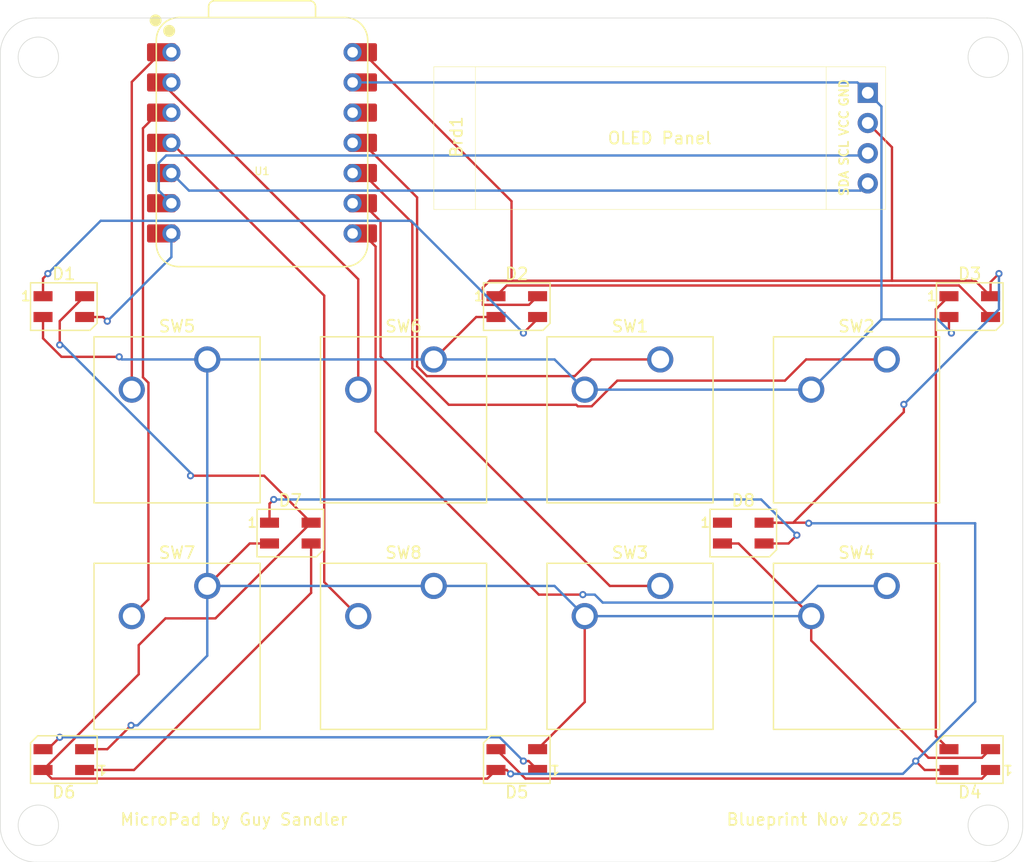
<source format=kicad_pcb>
(kicad_pcb (version 20241229) (generator "pcbnew") (generator_version "9.0")
  (layers (0 "F.Cu" signal) (2 "B.Cu" signal) (13 "F.Paste" user) (15 "B.Paste" user) (5 "F.SilkS" user "F.Silkscreen") (7 "B.SilkS" user "B.Silkscreen") (1 "F.Mask" user) (3 "B.Mask" user) (25 "Edge.Cuts" user))
  (net 0 "")
  (net 1 "Net-(Brd1-SDA)")
  (net 2 "Net-(Brd1-SCL)")
  (net 3 "GND")
  (net 4 "Net-(D1-DOUT)")
  (net 5 "Net-(D1-DIN)")
  (net 6 "Net-(D2-DOUT)")
  (net 7 "Net-(D3-DOUT)")
  (net 8 "Net-(D4-DOUT)")
  (net 9 "Net-(D5-DOUT)")
  (net 10 "Net-(D6-DOUT)")
  (net 11 "Net-(D7-DOUT)")
  (net 13 "Net-(U1-GPIO3{slash}MOSI)")
  (net 14 "Net-(U1-GPIO4{slash}MISO)")
  (net 15 "Net-(U1-GPIO2{slash}SCK)")
  (net 16 "Net-(U1-GPIO1{slash}RX)")
  (net 17 "Net-(U1-GPIO26{slash}ADC0{slash}A0)")
  (net 18 "Net-(U1-GPIO27{slash}ADC1{slash}A1)")
  (net 19 "Net-(U1-GPIO28{slash}ADC2{slash}A2)")
  (net 20 "Net-(U1-GPIO29{slash}ADC3{slash}A3)")
  (net 22 "vcc")
  (footprint "LED_SMD:LED_SK6812MINI_PLCC4_3.5x3.5mm_P1.75mm" (layer "F.Cu") (at 137.49375 123.325)
    (property "Reference" "D8" (at 0 -2.75 0) (layer "F.SilkS"))
    (property "Value" "SK6812MINI")
    (fp_line (start -2.8 -2) (end -2.8 2) (stroke (width 0.12)) (layer "F.SilkS"))
    (fp_line (start -2.8 -2) (end 2.8 -2) (stroke (width 0.12)) (layer "F.SilkS"))
    (fp_line (start -2.8 2) (end 2.2 2) (stroke (width 0.12)) (layer "F.SilkS"))
    (fp_line (start 2.8 1.4) (end 2.2 2) (stroke (width 0.12)) (layer "F.SilkS"))
    (fp_line (start 2.8 1.4) (end 2.8 -2) (stroke (width 0.12)) (layer "F.SilkS"))
    (fp_text user "1" (at -3.2 -0.875 0) (layer "F.SilkS") (effects (font (size 0.8 0.8))))
    (pad "1" smd rect (at -1.75 -0.875) (size 1.6 0.85) (layers "F.Cu" "F.Mask" "F.Paste"))
    (pad "2" smd rect (at -1.75 0.875) (size 1.6 0.85) (layers "F.Cu" "F.Mask" "F.Paste") (net 3 "GND"))
    (pad "3" smd rect (at 1.75 0.875) (size 1.6 0.85) (layers "F.Cu" "F.Mask" "F.Paste") (net 11 "Net-(D7-DOUT)"))
    (pad "4" smd rect (at 1.75 -0.875) (size 1.6 0.85) (layers "F.Cu" "F.Mask" "F.Paste") (net 22 "vcc"))
  )
  (footprint "Button_Switch_Keyboard:SW_Cherry_MX_1.00u_PCB" (layer "F.Cu") (at 92.40875 108.72)
    (property "Reference" "SW5" (at -2.54 -2.794 0) (layer "F.SilkS"))
    (property "Value" "SW_Push")
    (fp_line (start -9.525 -1.905) (end 4.445 -1.905) (stroke (width 0.12)) (layer "F.SilkS"))
    (fp_line (start -9.525 12.065) (end -9.525 -1.905) (stroke (width 0.12)) (layer "F.SilkS"))
    (fp_line (start 4.445 -1.905) (end 4.445 12.065) (stroke (width 0.12)) (layer "F.SilkS"))
    (fp_line (start 4.445 12.065) (end -9.525 12.065) (stroke (width 0.12)) (layer "F.SilkS"))
    (pad "" np_thru_hole circle (at -7.62 5.08) (size 1.7 1.7) (drill 1.7) (layers "*.Cu" "*.Mask"))
    (pad "" np_thru_hole circle (at -2.54 5.08) (size 4 4) (drill 4) (layers "*.Cu" "*.Mask"))
    (pad "" np_thru_hole circle (at 2.54 5.08) (size 1.7 1.7) (drill 1.7) (layers "*.Cu" "*.Mask"))
    (pad "1" thru_hole circle (at 0 0) (size 2.2 2.2) (drill 1.5) (layers "*.Cu" "*.Mask") (net 3 "GND"))
    (pad "2" thru_hole circle (at -6.35 2.54) (size 2.2 2.2) (drill 1.5) (layers "*.Cu" "*.Mask") (net 17 "Net-(U1-GPIO26{slash}ADC0{slash}A0)"))
  )
  (footprint "Button_Switch_Keyboard:SW_Cherry_MX_1.00u_PCB" (layer "F.Cu") (at 149.55875 108.72)
    (property "Reference" "SW2" (at -2.54 -2.794 0) (layer "F.SilkS"))
    (property "Value" "SW_Push")
    (fp_line (start -9.525 -1.905) (end 4.445 -1.905) (stroke (width 0.12)) (layer "F.SilkS"))
    (fp_line (start -9.525 12.065) (end -9.525 -1.905) (stroke (width 0.12)) (layer "F.SilkS"))
    (fp_line (start 4.445 -1.905) (end 4.445 12.065) (stroke (width 0.12)) (layer "F.SilkS"))
    (fp_line (start 4.445 12.065) (end -9.525 12.065) (stroke (width 0.12)) (layer "F.SilkS"))
    (pad "" np_thru_hole circle (at -7.62 5.08) (size 1.7 1.7) (drill 1.7) (layers "*.Cu" "*.Mask"))
    (pad "" np_thru_hole circle (at -2.54 5.08) (size 4 4) (drill 4) (layers "*.Cu" "*.Mask"))
    (pad "" np_thru_hole circle (at 2.54 5.08) (size 1.7 1.7) (drill 1.7) (layers "*.Cu" "*.Mask"))
    (pad "1" thru_hole circle (at 0 0) (size 2.2 2.2) (drill 1.5) (layers "*.Cu" "*.Mask") (net 14 "Net-(U1-GPIO4{slash}MISO)"))
    (pad "2" thru_hole circle (at -6.35 2.54) (size 2.2 2.2) (drill 1.5) (layers "*.Cu" "*.Mask") (net 3 "GND"))
  )
  (footprint "oled:SSD1306-0.91-OLED-4pin-128x32" (layer "F.Cu") (at 111.465 84.1025)
    (property "Reference" "Brd1" (at 1.9 5.91 90) (layer "F.SilkS"))
    (property "Value" "SSD1306")
    (fp_line (start 0 0) (end 0 12) (stroke (width 0.04)) (layer "F.SilkS"))
    (fp_line (start 0 12) (end 38 12) (stroke (width 0.04)) (layer "F.SilkS"))
    (fp_line (start 3.5 0) (end 3.5 12) (stroke (width 0.04)) (layer "F.SilkS"))
    (fp_line (start 33 0) (end 33 12) (stroke (width 0.04)) (layer "F.SilkS"))
    (fp_line (start 38 0) (end 0 0) (stroke (width 0.04)) (layer "F.SilkS"))
    (fp_line (start 38 12) (end 38 0) (stroke (width 0.04)) (layer "F.SilkS"))
    (fp_text user "SCL" (at 34.5 7.27 270) (layer "F.SilkS") (effects (font (size 0.75 0.75))))
    (fp_text user "OLED Panel" (at 19 6 0) (layer "F.SilkS"))
    (fp_text user "VCC" (at 34.5 4.73 270) (layer "F.SilkS") (effects (font (size 0.75 0.75))))
    (fp_text user "SDA" (at 34.5 9.81 270) (layer "F.SilkS") (effects (font (size 0.75 0.75))))
    (fp_text user "GND" (at 34.5 2.19 270) (layer "F.SilkS") (effects (font (size 0.75 0.75))))
    (pad "1" thru_hole rect (at 36.5 2.19) (size 1.7 1.7) (drill 1) (layers "*.Cu" "*.Mask") (net 3 "GND"))
    (pad "2" thru_hole oval (at 36.5 4.73) (size 1.7 1.7) (drill 1) (layers "*.Cu" "*.Mask") (net 22 "vcc"))
    (pad "3" thru_hole oval (at 36.5 7.27) (size 1.7 1.7) (drill 1) (layers "*.Cu" "*.Mask") (net 2 "Net-(Brd1-SCL)"))
    (pad "4" thru_hole oval (at 36.5 9.81) (size 1.7 1.7) (drill 1) (layers "*.Cu" "*.Mask") (net 1 "Net-(Brd1-SDA)"))
  )
  (footprint "LED_SMD:LED_SK6812MINI_PLCC4_3.5x3.5mm_P1.75mm" (layer "F.Cu") (at 80.34375 104.275)
    (property "Reference" "D1" (at 0 -2.75 0) (layer "F.SilkS"))
    (property "Value" "SK6812MINI")
    (fp_line (start -2.8 -2) (end -2.8 2) (stroke (width 0.12)) (layer "F.SilkS"))
    (fp_line (start -2.8 -2) (end 2.8 -2) (stroke (width 0.12)) (layer "F.SilkS"))
    (fp_line (start -2.8 2) (end 2.2 2) (stroke (width 0.12)) (layer "F.SilkS"))
    (fp_line (start 2.8 1.4) (end 2.2 2) (stroke (width 0.12)) (layer "F.SilkS"))
    (fp_line (start 2.8 1.4) (end 2.8 -2) (stroke (width 0.12)) (layer "F.SilkS"))
    (fp_text user "1" (at -3.2 -0.875 0) (layer "F.SilkS") (effects (font (size 0.8 0.8))))
    (pad "1" smd rect (at -1.75 -0.875) (size 1.6 0.85) (layers "F.Cu" "F.Mask" "F.Paste") (net 4 "Net-(D1-DOUT)"))
    (pad "2" smd rect (at -1.75 0.875) (size 1.6 0.85) (layers "F.Cu" "F.Mask" "F.Paste") (net 3 "GND"))
    (pad "3" smd rect (at 1.75 0.875) (size 1.6 0.85) (layers "F.Cu" "F.Mask" "F.Paste") (net 5 "Net-(D1-DIN)"))
    (pad "4" smd rect (at 1.75 -0.875) (size 1.6 0.85) (layers "F.Cu" "F.Mask" "F.Paste") (net 22 "vcc"))
  )
  (footprint "LED_SMD:LED_SK6812MINI_PLCC4_3.5x3.5mm_P1.75mm" (layer "F.Cu") (at 99.39375 123.325)
    (property "Reference" "D7" (at 0 -2.75 0) (layer "F.SilkS"))
    (property "Value" "SK6812MINI")
    (fp_line (start -2.8 -2) (end -2.8 2) (stroke (width 0.12)) (layer "F.SilkS"))
    (fp_line (start -2.8 -2) (end 2.8 -2) (stroke (width 0.12)) (layer "F.SilkS"))
    (fp_line (start -2.8 2) (end 2.2 2) (stroke (width 0.12)) (layer "F.SilkS"))
    (fp_line (start 2.8 1.4) (end 2.2 2) (stroke (width 0.12)) (layer "F.SilkS"))
    (fp_line (start 2.8 1.4) (end 2.8 -2) (stroke (width 0.12)) (layer "F.SilkS"))
    (fp_text user "1" (at -3.2 -0.875 0) (layer "F.SilkS") (effects (font (size 0.8 0.8))))
    (pad "1" smd rect (at -1.75 -0.875) (size 1.6 0.85) (layers "F.Cu" "F.Mask" "F.Paste") (net 11 "Net-(D7-DOUT)"))
    (pad "2" smd rect (at -1.75 0.875) (size 1.6 0.85) (layers "F.Cu" "F.Mask" "F.Paste") (net 3 "GND"))
    (pad "3" smd rect (at 1.75 0.875) (size 1.6 0.85) (layers "F.Cu" "F.Mask" "F.Paste") (net 10 "Net-(D6-DOUT)"))
    (pad "4" smd rect (at 1.75 -0.875) (size 1.6 0.85) (layers "F.Cu" "F.Mask" "F.Paste") (net 22 "vcc"))
  )
  (footprint "LED_SMD:LED_SK6812MINI_PLCC4_3.5x3.5mm_P1.75mm" (layer "F.Cu") (at 118.44375 104.275)
    (property "Reference" "D2" (at 0 -2.75 0) (layer "F.SilkS"))
    (property "Value" "SK6812MINI")
    (fp_line (start -2.8 -2) (end -2.8 2) (stroke (width 0.12)) (layer "F.SilkS"))
    (fp_line (start -2.8 -2) (end 2.8 -2) (stroke (width 0.12)) (layer "F.SilkS"))
    (fp_line (start -2.8 2) (end 2.2 2) (stroke (width 0.12)) (layer "F.SilkS"))
    (fp_line (start 2.8 1.4) (end 2.2 2) (stroke (width 0.12)) (layer "F.SilkS"))
    (fp_line (start 2.8 1.4) (end 2.8 -2) (stroke (width 0.12)) (layer "F.SilkS"))
    (fp_text user "1" (at -3.2 -0.875 0) (layer "F.SilkS") (effects (font (size 0.8 0.8))))
    (pad "1" smd rect (at -1.75 -0.875) (size 1.6 0.85) (layers "F.Cu" "F.Mask" "F.Paste") (net 6 "Net-(D2-DOUT)"))
    (pad "2" smd rect (at -1.75 0.875) (size 1.6 0.85) (layers "F.Cu" "F.Mask" "F.Paste") (net 3 "GND"))
    (pad "3" smd rect (at 1.75 0.875) (size 1.6 0.85) (layers "F.Cu" "F.Mask" "F.Paste") (net 4 "Net-(D1-DOUT)"))
    (pad "4" smd rect (at 1.75 -0.875) (size 1.6 0.85) (layers "F.Cu" "F.Mask" "F.Paste") (net 22 "vcc"))
  )
  (footprint "Button_Switch_Keyboard:SW_Cherry_MX_1.00u_PCB" (layer "F.Cu") (at 92.40875 127.77)
    (property "Reference" "SW7" (at -2.54 -2.794 0) (layer "F.SilkS"))
    (property "Value" "SW_Push")
    (fp_line (start -9.525 -1.905) (end 4.445 -1.905) (stroke (width 0.12)) (layer "F.SilkS"))
    (fp_line (start -9.525 12.065) (end -9.525 -1.905) (stroke (width 0.12)) (layer "F.SilkS"))
    (fp_line (start 4.445 -1.905) (end 4.445 12.065) (stroke (width 0.12)) (layer "F.SilkS"))
    (fp_line (start 4.445 12.065) (end -9.525 12.065) (stroke (width 0.12)) (layer "F.SilkS"))
    (pad "" np_thru_hole circle (at -7.62 5.08) (size 1.7 1.7) (drill 1.7) (layers "*.Cu" "*.Mask"))
    (pad "" np_thru_hole circle (at -2.54 5.08) (size 4 4) (drill 4) (layers "*.Cu" "*.Mask"))
    (pad "" np_thru_hole circle (at 2.54 5.08) (size 1.7 1.7) (drill 1.7) (layers "*.Cu" "*.Mask"))
    (pad "1" thru_hole circle (at 0 0) (size 2.2 2.2) (drill 1.5) (layers "*.Cu" "*.Mask") (net 3 "GND"))
    (pad "2" thru_hole circle (at -6.35 2.54) (size 2.2 2.2) (drill 1.5) (layers "*.Cu" "*.Mask") (net 19 "Net-(U1-GPIO28{slash}ADC2{slash}A2)"))
  )
  (footprint "LED_SMD:LED_SK6812MINI_PLCC4_3.5x3.5mm_P1.75mm" (layer "F.Cu") (at 118.44375 142.375 180)
    (property "Reference" "D5" (at 0 -2.75 0) (layer "F.SilkS"))
    (property "Value" "SK6812MINI")
    (fp_line (start 2.8 1.4) (end 2.8 -2) (stroke (width 0.12)) (layer "F.SilkS"))
    (fp_line (start 2.8 1.4) (end 2.2 2) (stroke (width 0.12)) (layer "F.SilkS"))
    (fp_line (start -2.8 2) (end 2.2 2) (stroke (width 0.12)) (layer "F.SilkS"))
    (fp_line (start -2.8 -2) (end 2.8 -2) (stroke (width 0.12)) (layer "F.SilkS"))
    (fp_line (start -2.8 -2) (end -2.8 2) (stroke (width 0.12)) (layer "F.SilkS"))
    (fp_text user "1" (at -3.2 -0.875 180) (layer "F.SilkS") (effects (font (size 0.8 0.8))))
    (pad "1" smd rect (at -1.75 -0.875 180) (size 1.6 0.85) (layers "F.Cu" "F.Mask" "F.Paste") (net 9 "Net-(D5-DOUT)"))
    (pad "2" smd rect (at -1.75 0.875 180) (size 1.6 0.85) (layers "F.Cu" "F.Mask" "F.Paste") (net 3 "GND"))
    (pad "3" smd rect (at 1.75 0.875 180) (size 1.6 0.85) (layers "F.Cu" "F.Mask" "F.Paste") (net 8 "Net-(D4-DOUT)"))
    (pad "4" smd rect (at 1.75 -0.875 180) (size 1.6 0.85) (layers "F.Cu" "F.Mask" "F.Paste") (net 22 "vcc"))
  )
  (footprint "Seeed Studio XIAO Series Library:XIAO-RP2040-DIP" (layer "F.Cu") (at 97.0125 90.5)
    (property "Reference" "U1" (at 0 2.38125 0) (layer "F.SilkS") (effects (font (size 0.635 0.635) (thickness 0.1016))))
    (property "Value" "XIAO-RP2040-DIP")
    (fp_line (start -8.89 8.509) (end -8.89 -8.636) (stroke (width 0.127)) (layer "F.SilkS"))
    (fp_line (start -6.985 10.414) (end 6.985 10.414) (stroke (width 0.127)) (layer "F.SilkS"))
    (fp_line (start -4.495 -10.541) (end -4.491272 -11.451272) (stroke (width 0.127)) (layer "F.SilkS"))
    (fp_line (start -3.991272 -11.951) (end 4.004 -11.951) (stroke (width 0.127)) (layer "F.SilkS"))
    (fp_line (start 4.504 -11.451) (end 4.504 -10.541) (stroke (width 0.127)) (layer "F.SilkS"))
    (fp_line (start 6.985 -10.541) (end -6.985 -10.541) (stroke (width 0.1)) (layer "F.SilkS"))
    (fp_line (start 6.985 -10.541) (end -6.985 -10.541) (stroke (width 0.127)) (layer "F.SilkS"))
    (fp_line (start 8.89 8.509) (end 8.89 -8.636) (stroke (width 0.127)) (layer "F.SilkS"))
    (fp_arc (start -8.89 -8.636) (mid -8.332038 -9.983038) (end -6.985 -10.541) (stroke (width 0.127)) (layer "F.SilkS"))
    (fp_arc (start -6.985 10.414) (mid -8.332038 9.856038) (end -8.89 8.509) (stroke (width 0.127)) (layer "F.SilkS"))
    (fp_arc (start -4.491272 -11.451272) (mid -4.344728 -11.80464) (end -3.991272 -11.951) (stroke (width 0.127)) (layer "F.SilkS"))
    (fp_arc (start 4.004 -11.951) (mid 4.357553 -11.804553) (end 4.504 -11.451) (stroke (width 0.127)) (layer "F.SilkS"))
    (fp_arc (start 6.985 -10.541) (mid 8.332038 -9.983038) (end 8.89 -8.636) (stroke (width 0.127)) (layer "F.SilkS"))
    (fp_arc (start 8.89 8.509) (mid 8.332038 9.856038) (end 6.985 10.414) (stroke (width 0.127)) (layer "F.SilkS"))
    (fp_circle (center -8.95 -10.3) (end -8.95 -10.554) (stroke (width 0.5)) (fill yes) (layer "F.SilkS"))
    (fp_circle (center -7.807 -9.42) (end -7.807 -9.674) (stroke (width 0.5)) (fill yes) (layer "F.SilkS"))
    (pad "1" smd roundrect (at -8.455 -7.62 180) (size 2.432 1.524) (layers "F.Cu" "F.Mask") (roundrect_rratio 0.1) (net 17 "Net-(U1-GPIO26{slash}ADC0{slash}A0)"))
    (pad "1" thru_hole circle (at -7.62 -7.62 180) (size 1.524 1.524) (drill 0.889) (layers "*.Cu" "*.Mask") (net 17 "Net-(U1-GPIO26{slash}ADC0{slash}A0)"))
    (pad "2" smd roundrect (at -8.455 -5.08 180) (size 2.432 1.524) (layers "F.Cu" "F.Mask") (roundrect_rratio 0.1) (net 18 "Net-(U1-GPIO27{slash}ADC1{slash}A1)"))
    (pad "2" thru_hole circle (at -7.62 -5.08 180) (size 1.524 1.524) (drill 0.889) (layers "*.Cu" "*.Mask") (net 18 "Net-(U1-GPIO27{slash}ADC1{slash}A1)"))
    (pad "3" smd roundrect (at -8.455 -2.54 180) (size 2.432 1.524) (layers "F.Cu" "F.Mask") (roundrect_rratio 0.1) (net 19 "Net-(U1-GPIO28{slash}ADC2{slash}A2)"))
    (pad "3" thru_hole circle (at -7.62 -2.54 180) (size 1.524 1.524) (drill 0.889) (layers "*.Cu" "*.Mask") (net 19 "Net-(U1-GPIO28{slash}ADC2{slash}A2)"))
    (pad "4" smd roundrect (at -8.455 0 180) (size 2.432 1.524) (layers "F.Cu" "F.Mask") (roundrect_rratio 0.1) (net 20 "Net-(U1-GPIO29{slash}ADC3{slash}A3)"))
    (pad "4" thru_hole circle (at -7.62 0 180) (size 1.524 1.524) (drill 0.889) (layers "*.Cu" "*.Mask") (net 20 "Net-(U1-GPIO29{slash}ADC3{slash}A3)"))
    (pad "5" smd roundrect (at -8.455 2.54 180) (size 2.432 1.524) (layers "F.Cu" "F.Mask") (roundrect_rratio 0.1) (net 1 "Net-(Brd1-SDA)"))
    (pad "5" thru_hole circle (at -7.62 2.54 180) (size 1.524 1.524) (drill 0.889) (layers "*.Cu" "*.Mask") (net 1 "Net-(Brd1-SDA)"))
    (pad "6" smd roundrect (at -8.455 5.08 180) (size 2.432 1.524) (layers "F.Cu" "F.Mask") (roundrect_rratio 0.1) (net 2 "Net-(Brd1-SCL)"))
    (pad "6" thru_hole circle (at -7.62 5.08 180) (size 1.524 1.524) (drill 0.889) (layers "*.Cu" "*.Mask") (net 2 "Net-(Brd1-SCL)"))
    (pad "7" smd roundrect (at -8.455 7.62 180) (size 2.432 1.524) (layers "F.Cu" "F.Mask") (roundrect_rratio 0.1) (net 5 "Net-(D1-DIN)"))
    (pad "7" thru_hole circle (at -7.62 7.62 180) (size 1.524 1.524) (drill 0.889) (layers "*.Cu" "*.Mask") (net 5 "Net-(D1-DIN)"))
    (pad "8" thru_hole circle (at 7.62 7.62) (size 1.524 1.524) (drill 0.889) (layers "*.Cu" "*.Mask") (net 16 "Net-(U1-GPIO1{slash}RX)"))
    (pad "8" smd roundrect (at 8.455 7.62) (size 2.432 1.524) (layers "F.Cu" "F.Mask") (roundrect_rratio 0.1) (net 16 "Net-(U1-GPIO1{slash}RX)"))
    (pad "9" thru_hole circle (at 7.62 5.08) (size 1.524 1.524) (drill 0.889) (layers "*.Cu" "*.Mask") (net 15 "Net-(U1-GPIO2{slash}SCK)"))
    (pad "9" smd roundrect (at 8.455 5.08) (size 2.432 1.524) (layers "F.Cu" "F.Mask") (roundrect_rratio 0.1) (net 15 "Net-(U1-GPIO2{slash}SCK)"))
    (pad "10" thru_hole circle (at 7.62 2.54) (size 1.524 1.524) (drill 0.889) (layers "*.Cu" "*.Mask") (net 14 "Net-(U1-GPIO4{slash}MISO)"))
    (pad "10" smd roundrect (at 8.455 2.54) (size 2.432 1.524) (layers "F.Cu" "F.Mask") (roundrect_rratio 0.1) (net 14 "Net-(U1-GPIO4{slash}MISO)"))
    (pad "11" thru_hole circle (at 7.62 0) (size 1.524 1.524) (drill 0.889) (layers "*.Cu" "*.Mask") (net 13 "Net-(U1-GPIO3{slash}MOSI)"))
    (pad "11" smd roundrect (at 8.455 0) (size 2.432 1.524) (layers "F.Cu" "F.Mask") (roundrect_rratio 0.1) (net 13 "Net-(U1-GPIO3{slash}MOSI)"))
    (pad "12" thru_hole circle (at 7.62 -2.54) (size 1.524 1.524) (drill 0.889) (layers "*.Cu" "*.Mask"))
    (pad "12" smd roundrect (at 8.455 -2.54) (size 2.432 1.524) (layers "F.Cu" "F.Mask") (roundrect_rratio 0.1))
    (pad "13" thru_hole circle (at 7.62 -5.08) (size 1.524 1.524) (drill 0.889) (layers "*.Cu" "*.Mask") (net 3 "GND"))
    (pad "13" smd roundrect (at 8.455 -5.08) (size 2.432 1.524) (layers "F.Cu" "F.Mask") (roundrect_rratio 0.1) (net 3 "GND"))
    (pad "14" thru_hole circle (at 7.62 -7.62) (size 1.524 1.524) (drill 0.889) (layers "*.Cu" "*.Mask") (net 22 "vcc"))
    (pad "14" smd roundrect (at 8.455 -7.62) (size 2.432 1.524) (layers "F.Cu" "F.Mask") (roundrect_rratio 0.1) (net 22 "vcc"))
  )
  (footprint "Button_Switch_Keyboard:SW_Cherry_MX_1.00u_PCB" (layer "F.Cu") (at 130.50875 108.72)
    (property "Reference" "SW1" (at -2.54 -2.794 0) (layer "F.SilkS"))
    (property "Value" "SW_Push")
    (fp_line (start -9.525 -1.905) (end 4.445 -1.905) (stroke (width 0.12)) (layer "F.SilkS"))
    (fp_line (start -9.525 12.065) (end -9.525 -1.905) (stroke (width 0.12)) (layer "F.SilkS"))
    (fp_line (start 4.445 -1.905) (end 4.445 12.065) (stroke (width 0.12)) (layer "F.SilkS"))
    (fp_line (start 4.445 12.065) (end -9.525 12.065) (stroke (width 0.12)) (layer "F.SilkS"))
    (pad "" np_thru_hole circle (at -7.62 5.08) (size 1.7 1.7) (drill 1.7) (layers "*.Cu" "*.Mask"))
    (pad "" np_thru_hole circle (at -2.54 5.08) (size 4 4) (drill 4) (layers "*.Cu" "*.Mask"))
    (pad "" np_thru_hole circle (at 2.54 5.08) (size 1.7 1.7) (drill 1.7) (layers "*.Cu" "*.Mask"))
    (pad "1" thru_hole circle (at 0 0) (size 2.2 2.2) (drill 1.5) (layers "*.Cu" "*.Mask") (net 13 "Net-(U1-GPIO3{slash}MOSI)"))
    (pad "2" thru_hole circle (at -6.35 2.54) (size 2.2 2.2) (drill 1.5) (layers "*.Cu" "*.Mask") (net 3 "GND"))
  )
  (footprint "Button_Switch_Keyboard:SW_Cherry_MX_1.00u_PCB" (layer "F.Cu") (at 130.50875 127.77)
    (property "Reference" "SW3" (at -2.54 -2.794 0) (layer "F.SilkS"))
    (property "Value" "SW_Push")
    (fp_line (start -9.525 -1.905) (end 4.445 -1.905) (stroke (width 0.12)) (layer "F.SilkS"))
    (fp_line (start -9.525 12.065) (end -9.525 -1.905) (stroke (width 0.12)) (layer "F.SilkS"))
    (fp_line (start 4.445 -1.905) (end 4.445 12.065) (stroke (width 0.12)) (layer "F.SilkS"))
    (fp_line (start 4.445 12.065) (end -9.525 12.065) (stroke (width 0.12)) (layer "F.SilkS"))
    (pad "" np_thru_hole circle (at -7.62 5.08) (size 1.7 1.7) (drill 1.7) (layers "*.Cu" "*.Mask"))
    (pad "" np_thru_hole circle (at -2.54 5.08) (size 4 4) (drill 4) (layers "*.Cu" "*.Mask"))
    (pad "" np_thru_hole circle (at 2.54 5.08) (size 1.7 1.7) (drill 1.7) (layers "*.Cu" "*.Mask"))
    (pad "1" thru_hole circle (at 0 0) (size 2.2 2.2) (drill 1.5) (layers "*.Cu" "*.Mask") (net 15 "Net-(U1-GPIO2{slash}SCK)"))
    (pad "2" thru_hole circle (at -6.35 2.54) (size 2.2 2.2) (drill 1.5) (layers "*.Cu" "*.Mask") (net 3 "GND"))
  )
  (footprint "LED_SMD:LED_SK6812MINI_PLCC4_3.5x3.5mm_P1.75mm" (layer "F.Cu") (at 156.54375 142.375 180)
    (property "Reference" "D4" (at 0 -2.75 0) (layer "F.SilkS"))
    (property "Value" "SK6812MINI")
    (fp_line (start 2.8 1.4) (end 2.8 -2) (stroke (width 0.12)) (layer "F.SilkS"))
    (fp_line (start 2.8 1.4) (end 2.2 2) (stroke (width 0.12)) (layer "F.SilkS"))
    (fp_line (start -2.8 2) (end 2.2 2) (stroke (width 0.12)) (layer "F.SilkS"))
    (fp_line (start -2.8 -2) (end 2.8 -2) (stroke (width 0.12)) (layer "F.SilkS"))
    (fp_line (start -2.8 -2) (end -2.8 2) (stroke (width 0.12)) (layer "F.SilkS"))
    (fp_text user "1" (at -3.2 -0.875 180) (layer "F.SilkS") (effects (font (size 0.8 0.8))))
    (pad "1" smd rect (at -1.75 -0.875 180) (size 1.6 0.85) (layers "F.Cu" "F.Mask" "F.Paste") (net 8 "Net-(D4-DOUT)"))
    (pad "2" smd rect (at -1.75 0.875 180) (size 1.6 0.85) (layers "F.Cu" "F.Mask" "F.Paste") (net 3 "GND"))
    (pad "3" smd rect (at 1.75 0.875 180) (size 1.6 0.85) (layers "F.Cu" "F.Mask" "F.Paste") (net 7 "Net-(D3-DOUT)"))
    (pad "4" smd rect (at 1.75 -0.875 180) (size 1.6 0.85) (layers "F.Cu" "F.Mask" "F.Paste") (net 22 "vcc"))
  )
  (footprint "LED_SMD:LED_SK6812MINI_PLCC4_3.5x3.5mm_P1.75mm" (layer "F.Cu") (at 156.54375 104.275)
    (property "Reference" "D3" (at 0 -2.75 0) (layer "F.SilkS"))
    (property "Value" "SK6812MINI")
    (fp_line (start -2.8 -2) (end -2.8 2) (stroke (width 0.12)) (layer "F.SilkS"))
    (fp_line (start -2.8 -2) (end 2.8 -2) (stroke (width 0.12)) (layer "F.SilkS"))
    (fp_line (start -2.8 2) (end 2.2 2) (stroke (width 0.12)) (layer "F.SilkS"))
    (fp_line (start 2.8 1.4) (end 2.2 2) (stroke (width 0.12)) (layer "F.SilkS"))
    (fp_line (start 2.8 1.4) (end 2.8 -2) (stroke (width 0.12)) (layer "F.SilkS"))
    (fp_text user "1" (at -3.2 -0.875 0) (layer "F.SilkS") (effects (font (size 0.8 0.8))))
    (pad "1" smd rect (at -1.75 -0.875) (size 1.6 0.85) (layers "F.Cu" "F.Mask" "F.Paste") (net 7 "Net-(D3-DOUT)"))
    (pad "2" smd rect (at -1.75 0.875) (size 1.6 0.85) (layers "F.Cu" "F.Mask" "F.Paste") (net 3 "GND"))
    (pad "3" smd rect (at 1.75 0.875) (size 1.6 0.85) (layers "F.Cu" "F.Mask" "F.Paste") (net 6 "Net-(D2-DOUT)"))
    (pad "4" smd rect (at 1.75 -0.875) (size 1.6 0.85) (layers "F.Cu" "F.Mask" "F.Paste") (net 22 "vcc"))
  )
  (footprint "LED_SMD:LED_SK6812MINI_PLCC4_3.5x3.5mm_P1.75mm" (layer "F.Cu") (at 80.34375 142.375 180)
    (property "Reference" "D6" (at 0 -2.75 0) (layer "F.SilkS"))
    (property "Value" "SK6812MINI")
    (fp_line (start 2.8 1.4) (end 2.8 -2) (stroke (width 0.12)) (layer "F.SilkS"))
    (fp_line (start 2.8 1.4) (end 2.2 2) (stroke (width 0.12)) (layer "F.SilkS"))
    (fp_line (start -2.8 2) (end 2.2 2) (stroke (width 0.12)) (layer "F.SilkS"))
    (fp_line (start -2.8 -2) (end 2.8 -2) (stroke (width 0.12)) (layer "F.SilkS"))
    (fp_line (start -2.8 -2) (end -2.8 2) (stroke (width 0.12)) (layer "F.SilkS"))
    (fp_text user "1" (at -3.2 -0.875 180) (layer "F.SilkS") (effects (font (size 0.8 0.8))))
    (pad "1" smd rect (at -1.75 -0.875 180) (size 1.6 0.85) (layers "F.Cu" "F.Mask" "F.Paste") (net 10 "Net-(D6-DOUT)"))
    (pad "2" smd rect (at -1.75 0.875 180) (size 1.6 0.85) (layers "F.Cu" "F.Mask" "F.Paste") (net 3 "GND"))
    (pad "3" smd rect (at 1.75 0.875 180) (size 1.6 0.85) (layers "F.Cu" "F.Mask" "F.Paste") (net 9 "Net-(D5-DOUT)"))
    (pad "4" smd rect (at 1.75 -0.875 180) (size 1.6 0.85) (layers "F.Cu" "F.Mask" "F.Paste") (net 22 "vcc"))
  )
  (footprint "Button_Switch_Keyboard:SW_Cherry_MX_1.00u_PCB" (layer "F.Cu") (at 111.45875 108.72)
    (property "Reference" "SW6" (at -2.54 -2.794 0) (layer "F.SilkS"))
    (property "Value" "SW_Push")
    (fp_line (start -9.525 -1.905) (end 4.445 -1.905) (stroke (width 0.12)) (layer "F.SilkS"))
    (fp_line (start -9.525 12.065) (end -9.525 -1.905) (stroke (width 0.12)) (layer "F.SilkS"))
    (fp_line (start 4.445 -1.905) (end 4.445 12.065) (stroke (width 0.12)) (layer "F.SilkS"))
    (fp_line (start 4.445 12.065) (end -9.525 12.065) (stroke (width 0.12)) (layer "F.SilkS"))
    (pad "" np_thru_hole circle (at -7.62 5.08) (size 1.7 1.7) (drill 1.7) (layers "*.Cu" "*.Mask"))
    (pad "" np_thru_hole circle (at -2.54 5.08) (size 4 4) (drill 4) (layers "*.Cu" "*.Mask"))
    (pad "" np_thru_hole circle (at 2.54 5.08) (size 1.7 1.7) (drill 1.7) (layers "*.Cu" "*.Mask"))
    (pad "1" thru_hole circle (at 0 0) (size 2.2 2.2) (drill 1.5) (layers "*.Cu" "*.Mask") (net 3 "GND"))
    (pad "2" thru_hole circle (at -6.35 2.54) (size 2.2 2.2) (drill 1.5) (layers "*.Cu" "*.Mask") (net 18 "Net-(U1-GPIO27{slash}ADC1{slash}A1)"))
  )
  (footprint "Button_Switch_Keyboard:SW_Cherry_MX_1.00u_PCB" (layer "F.Cu") (at 111.45875 127.77)
    (property "Reference" "SW8" (at -2.54 -2.794 0) (layer "F.SilkS"))
    (property "Value" "SW_Push")
    (fp_line (start -9.525 -1.905) (end 4.445 -1.905) (stroke (width 0.12)) (layer "F.SilkS"))
    (fp_line (start -9.525 12.065) (end -9.525 -1.905) (stroke (width 0.12)) (layer "F.SilkS"))
    (fp_line (start 4.445 -1.905) (end 4.445 12.065) (stroke (width 0.12)) (layer "F.SilkS"))
    (fp_line (start 4.445 12.065) (end -9.525 12.065) (stroke (width 0.12)) (layer "F.SilkS"))
    (pad "" np_thru_hole circle (at -7.62 5.08) (size 1.7 1.7) (drill 1.7) (layers "*.Cu" "*.Mask"))
    (pad "" np_thru_hole circle (at -2.54 5.08) (size 4 4) (drill 4) (layers "*.Cu" "*.Mask"))
    (pad "" np_thru_hole circle (at 2.54 5.08) (size 1.7 1.7) (drill 1.7) (layers "*.Cu" "*.Mask"))
    (pad "1" thru_hole circle (at 0 0) (size 2.2 2.2) (drill 1.5) (layers "*.Cu" "*.Mask") (net 3 "GND"))
    (pad "2" thru_hole circle (at -6.35 2.54) (size 2.2 2.2) (drill 1.5) (layers "*.Cu" "*.Mask") (net 20 "Net-(U1-GPIO29{slash}ADC3{slash}A3)"))
  )
  (footprint "Button_Switch_Keyboard:SW_Cherry_MX_1.00u_PCB" (layer "F.Cu") (at 149.55875 127.77)
    (property "Reference" "SW4" (at -2.54 -2.794 0) (layer "F.SilkS"))
    (property "Value" "SW_Push")
    (fp_line (start -9.525 -1.905) (end 4.445 -1.905) (stroke (width 0.12)) (layer "F.SilkS"))
    (fp_line (start -9.525 12.065) (end -9.525 -1.905) (stroke (width 0.12)) (layer "F.SilkS"))
    (fp_line (start 4.445 -1.905) (end 4.445 12.065) (stroke (width 0.12)) (layer "F.SilkS"))
    (fp_line (start 4.445 12.065) (end -9.525 12.065) (stroke (width 0.12)) (layer "F.SilkS"))
    (pad "" np_thru_hole circle (at -7.62 5.08) (size 1.7 1.7) (drill 1.7) (layers "*.Cu" "*.Mask"))
    (pad "" np_thru_hole circle (at -2.54 5.08) (size 4 4) (drill 4) (layers "*.Cu" "*.Mask"))
    (pad "" np_thru_hole circle (at 2.54 5.08) (size 1.7 1.7) (drill 1.7) (layers "*.Cu" "*.Mask"))
    (pad "1" thru_hole circle (at 0 0) (size 2.2 2.2) (drill 1.5) (layers "*.Cu" "*.Mask") (net 16 "Net-(U1-GPIO1{slash}RX)"))
    (pad "2" thru_hole circle (at -6.35 2.54) (size 2.2 2.2) (drill 1.5) (layers "*.Cu" "*.Mask") (net 3 "GND"))
  )
  (gr_circle (center 158.1 147.9) (end 159.8 147.9) (stroke (width 0.05)) (fill no) (layer "Edge.Cuts"))
  (gr_line (start 75 148) (end 75 83) (stroke (width 0.05)) (layer "Edge.Cuts"))
  (gr_circle (center 78.2 147.9) (end 79.9 147.9) (stroke (width 0.05)) (fill no) (layer "Edge.Cuts"))
  (gr_line (start 78 80) (end 158 80) (stroke (width 0.05)) (layer "Edge.Cuts"))
  (gr_arc (start 78 151) (mid 75.87868 150.12132) (end 75 148) (stroke (width 0.05)) (layer "Edge.Cuts"))
  (gr_line (start 158 151) (end 78 151) (stroke (width 0.05)) (layer "Edge.Cuts"))
  (gr_circle (center 78.2 83.3) (end 79.9 83.3) (stroke (width 0.05)) (fill no) (layer "Edge.Cuts"))
  (gr_circle (center 158.1 83.3) (end 158.1 81.6) (stroke (width 0.05)) (fill no) (layer "Edge.Cuts"))
  (gr_arc (start 75 83) (mid 75.87868 80.87868) (end 78 80) (stroke (width 0.05)) (layer "Edge.Cuts"))
  (gr_line (start 161 83) (end 161 148) (stroke (width 0.05)) (layer "Edge.Cuts"))
  (gr_arc (start 161 148) (mid 160.12132 150.12132) (end 158 151) (stroke (width 0.05)) (layer "Edge.Cuts"))
  (gr_arc (start 158 80) (mid 160.12132 80.87868) (end 161 83) (stroke (width 0.05)) (layer "Edge.Cuts"))
  (gr_text "Blueprint Nov 2025\n" (at 136 148 0) (layer "F.SilkS") (effects (font (size 1 1)) (justify left bottom)))
  (gr_text "MicroPad by Guy Sandler" (at 85 148 0) (layer "F.SilkS") (effects (font (size 1 1)) (justify left bottom)))
  (segment (start 89.3925 93.04) (end 90.8695 94.517) (width 0.2) (layer "B.Cu") (net 1))
  (segment (start 90.8695 94.517) (end 147.3605 94.517) (width 0.2) (layer "B.Cu") (net 1))
  (segment (start 147.3605 94.517) (end 147.965 93.9125) (width 0.2) (layer "B.Cu") (net 1))
  (segment (start 147.7745 91.563) (end 147.965 91.3725) (width 0.2) (layer "B.Cu") (net 2))
  (segment (start 88.3295 92.18569) (end 88.95219 91.563) (width 0.2) (layer "B.Cu") (net 2))
  (segment (start 88.95219 91.563) (end 147.7745 91.563) (width 0.2) (layer "B.Cu") (net 2))
  (segment (start 88.3295 94.517) (end 88.3295 92.18569) (width 0.2) (layer "B.Cu") (net 2))
  (segment (start 89.3925 95.58) (end 88.3295 94.517) (width 0.2) (layer "B.Cu") (net 2))
  (segment (start 97.64375 124.2) (end 95.97875 124.2) (width 0.2) (layer "F.Cu") (net 3))
  (segment (start 78.59375 106.943693) (end 80.150057 108.5) (width 0.2) (layer "F.Cu") (net 3))
  (segment (start 120.19375 141.5) (end 124.15875 137.535) (width 0.2) (layer "F.Cu") (net 3))
  (segment (start 78.59375 105.15) (end 78.59375 106.943693) (width 0.2) (layer "F.Cu") (net 3))
  (segment (start 95.97875 124.2) (end 92.40875 127.77) (width 0.2) (layer "F.Cu") (net 3))
  (segment (start 143.20875 132.364816) (end 143.20875 130.31) (width 0.2) (layer "F.Cu") (net 3))
  (segment (start 158.29375 141.5) (end 157.56775 142.226) (width 0.2) (layer "F.Cu") (net 3))
  (segment (start 80.150057 108.5) (end 85 108.5) (width 0.2) (layer "F.Cu") (net 3))
  (segment (start 135.74375 124.2) (end 137.09875 124.2) (width 0.2) (layer "F.Cu") (net 3))
  (segment (start 82.09375 141.5) (end 84 141.5) (width 0.2) (layer "F.Cu") (net 3))
  (segment (start 137.09875 124.2) (end 143.20875 130.31) (width 0.2) (layer "F.Cu") (net 3))
  (segment (start 124.15875 137.535) (end 124.15875 130.31) (width 0.2) (layer "F.Cu") (net 3))
  (segment (start 154.79375 105.15) (end 154.79375 106.29375) (width 0.2) (layer "F.Cu") (net 3))
  (segment (start 154.79375 106.29375) (end 155 106.5) (width 0.2) (layer "F.Cu") (net 3))
  (segment (start 157.56775 142.226) (end 153.069934 142.226) (width 0.2) (layer "F.Cu") (net 3))
  (segment (start 115.02875 105.15) (end 111.45875 108.72) (width 0.2) (layer "F.Cu") (net 3))
  (segment (start 116.69375 105.15) (end 115.02875 105.15) (width 0.2) (layer "F.Cu") (net 3))
  (segment (start 153.069934 142.226) (end 143.20875 132.364816) (width 0.2) (layer "F.Cu") (net 3))
  (segment (start 84 141.5) (end 86 139.5) (width 0.2) (layer "F.Cu") (net 3))
  (via (at 155 106.5) (size 0.6) (drill 0.3) (layers "F.Cu" "B.Cu") (net 3))
  (via (at 85 108.5) (size 0.6) (drill 0.3) (layers "F.Cu" "B.Cu") (net 3))
  (via (at 86 139.5) (size 0.6) (drill 0.3) (layers "F.Cu" "B.Cu") (net 3))
  (segment (start 143.20875 111.26) (end 124.15875 111.26) (width 0.2) (layer "B.Cu") (net 3))
  (segment (start 92.40875 108.72) (end 92.40875 127.77) (width 0.2) (layer "B.Cu") (net 3))
  (segment (start 121.61875 108.72) (end 111.45875 108.72) (width 0.2) (layer "B.Cu") (net 3))
  (segment (start 92.40875 127.77) (end 111.45875 127.77) (width 0.2) (layer "B.Cu") (net 3))
  (segment (start 147.0925 85.42) (end 147.965 86.2925) (width 0.2) (layer "B.Cu") (net 3))
  (segment (start 155 106.5) (end 153.85275 105.35275) (width 0.2) (layer "B.Cu") (net 3))
  (segment (start 149.116 87.4435) (end 149.116 105.35275) (width 0.2) (layer "B.Cu") (net 3))
  (segment (start 86 139.5) (end 86.543566 139.5) (width 0.2) (layer "B.Cu") (net 3))
  (segment (start 124.15875 111.26) (end 121.61875 108.72) (width 0.2) (layer "B.Cu") (net 3))
  (segment (start 85.22 108.72) (end 92.40875 108.72) (width 0.2) (layer "B.Cu") (net 3))
  (segment (start 149.116 105.35275) (end 143.20875 111.26) (width 0.2) (layer "B.Cu") (net 3))
  (segment (start 124.15875 130.31) (end 143.20875 130.31) (width 0.2) (layer "B.Cu") (net 3))
  (segment (start 153.85275 105.35275) (end 149.116 105.35275) (width 0.2) (layer "B.Cu") (net 3))
  (segment (start 104.6325 85.42) (end 147.0925 85.42) (width 0.2) (layer "B.Cu") (net 3))
  (segment (start 147.965 86.2925) (end 149.116 87.4435) (width 0.2) (layer "B.Cu") (net 3))
  (segment (start 111.45875 127.77) (end 121.61875 127.77) (width 0.2) (layer "B.Cu") (net 3))
  (segment (start 92.40875 108.72) (end 111.45875 108.72) (width 0.2) (layer "B.Cu") (net 3))
  (segment (start 121.61875 127.77) (end 124.15875 130.31) (width 0.2) (layer "B.Cu") (net 3))
  (segment (start 85 108.5) (end 85.22 108.72) (width 0.2) (layer "B.Cu") (net 3))
  (segment (start 86.543566 139.5) (end 92.40875 133.634816) (width 0.2) (layer "B.Cu") (net 3))
  (segment (start 92.40875 133.634816) (end 92.40875 127.77) (width 0.2) (layer "B.Cu") (net 3))
  (segment (start 120.19375 105.30625) (end 119 106.5) (width 0.2) (layer "F.Cu") (net 4))
  (segment (start 78.59375 101.90625) (end 78.59375 103.4) (width 0.2) (layer "F.Cu") (net 4))
  (segment (start 79 101.5) (end 78.59375 101.90625) (width 0.2) (layer "F.Cu") (net 4))
  (segment (start 120.19375 105.15) (end 120.19375 105.30625) (width 0.2) (layer "F.Cu") (net 4))
  (via (at 119 106.5) (size 0.6) (drill 0.3) (layers "F.Cu" "B.Cu") (net 4))
  (via (at 79 101.5) (size 0.6) (drill 0.3) (layers "F.Cu" "B.Cu") (net 4))
  (segment (start 119 106.5) (end 109.557 97.057) (width 0.2) (layer "B.Cu") (net 4))
  (segment (start 109.557 97.057) (end 83.443 97.057) (width 0.2) (layer "B.Cu") (net 4))
  (segment (start 83.443 97.057) (end 79 101.5) (width 0.2) (layer "B.Cu") (net 4))
  (segment (start 84 105.5) (end 83.65 105.15) (width 0.2) (layer "F.Cu") (net 5))
  (segment (start 83.65 105.15) (end 82.09375 105.15) (width 0.2) (layer "F.Cu") (net 5))
  (via (at 84 105.5) (size 0.6) (drill 0.3) (layers "F.Cu" "B.Cu") (net 5))
  (segment (start 89.3925 98.12) (end 89.3925 100.1075) (width 0.2) (layer "B.Cu") (net 5))
  (segment (start 89.62 98.12) (end 90 98.5) (width 0.2) (layer "B.Cu") (net 5))
  (segment (start 89.3925 100.1075) (end 84 105.5) (width 0.2) (layer "B.Cu") (net 5))
  (segment (start 158.29375 105.15) (end 155.64375 102.5) (width 0.2) (layer "F.Cu") (net 6))
  (segment (start 155.64375 102.5) (end 117.59375 102.5) (width 0.2) (layer "F.Cu") (net 6))
  (segment (start 117.59375 102.5) (end 116.69375 103.4) (width 0.2) (layer "F.Cu") (net 6))
  (segment (start 153.69275 104.501) (end 154.79375 103.4) (width 0.2) (layer "F.Cu") (net 7))
  (segment (start 153.69275 140.399) (end 153.69275 104.501) (width 0.2) (layer "F.Cu") (net 7))
  (segment (start 154.79375 141.5) (end 153.69275 140.399) (width 0.2) (layer "F.Cu") (net 7))
  (segment (start 158.29375 143.25) (end 157.56775 143.976) (width 0.2) (layer "F.Cu") (net 8))
  (segment (start 119.16975 143.976) (end 116.69375 141.5) (width 0.2) (layer "F.Cu") (net 8))
  (segment (start 157.56775 143.976) (end 119.16975 143.976) (width 0.2) (layer "F.Cu") (net 8))
  (segment (start 119.44375 142.5) (end 120.19375 143.25) (width 0.2) (layer "F.Cu") (net 9))
  (segment (start 78.59375 141.5) (end 79 141.5) (width 0.2) (layer "F.Cu") (net 9))
  (segment (start 79 141.5) (end 80 140.5) (width 0.2) (layer "F.Cu") (net 9))
  (segment (start 119 142.5) (end 119.44375 142.5) (width 0.2) (layer "F.Cu") (net 9))
  (via (at 119 142.5) (size 0.6) (drill 0.3) (layers "F.Cu" "B.Cu") (net 9))
  (via (at 80 140.5) (size 0.6) (drill 0.3) (layers "F.Cu" "B.Cu") (net 9))
  (segment (start 80 140.5) (end 117 140.5) (width 0.2) (layer "B.Cu") (net 9))
  (segment (start 117 140.5) (end 119 142.5) (width 0.2) (layer "B.Cu") (net 9))
  (segment (start 101.14375 128.35347) (end 86.24722 143.25) (width 0.2) (layer "F.Cu") (net 10))
  (segment (start 101.14375 124.2) (end 101.14375 128.35347) (width 0.2) (layer "F.Cu") (net 10))
  (segment (start 86.24722 143.25) (end 82.09375 143.25) (width 0.2) (layer "F.Cu") (net 10))
  (segment (start 97.64375 122.45) (end 97.64375 120.85625) (width 0.2) (layer "F.Cu") (net 11))
  (segment (start 142 123.5) (end 141.3 124.2) (width 0.2) (layer "F.Cu") (net 11))
  (segment (start 97.64375 120.85625) (end 98 120.5) (width 0.2) (layer "F.Cu") (net 11))
  (segment (start 141.3 124.2) (end 139.24375 124.2) (width 0.2) (layer "F.Cu") (net 11))
  (via (at 142 123.5) (size 0.6) (drill 0.3) (layers "F.Cu" "B.Cu") (net 11))
  (via (at 98 120.5) (size 0.6) (drill 0.3) (layers "F.Cu" "B.Cu") (net 11))
  (segment (start 98 120.5) (end 139 120.5) (width 0.2) (layer "B.Cu") (net 11))
  (segment (start 139 120.5) (end 142 123.5) (width 0.2) (layer "B.Cu") (net 11))
  (segment (start 123.316436 110.121) (end 124.717436 108.72) (width 0.2) (layer "F.Cu") (net 13))
  (segment (start 124.717436 108.72) (end 130.50875 108.72) (width 0.2) (layer "F.Cu") (net 13))
  (segment (start 110.05775 109.300314) (end 110.878436 110.121) (width 0.2) (layer "F.Cu") (net 13))
  (segment (start 110.878436 110.121) (end 123.316436 110.121) (width 0.2) (layer "F.Cu") (net 13))
  (segment (start 105.4675 90.5) (end 110.05775 95.09025) (width 0.2) (layer "F.Cu") (net 13))
  (segment (start 110.05775 95.09025) (end 110.05775 109.300314) (width 0.2) (layer "F.Cu") (net 13))
  (segment (start 105.4675 93.04) (end 109.65675 97.22925) (width 0.2) (layer "F.Cu") (net 14))
  (segment (start 109.65675 109.466414) (end 112.724228 112.533892) (width 0.2) (layer "F.Cu") (net 14))
  (segment (start 141 110.5) (end 142.78 108.72) (width 0.2) (layer "F.Cu") (net 14))
  (segment (start 142.78 108.72) (end 149.55875 108.72) (width 0.2) (layer "F.Cu") (net 14))
  (segment (start 123.578436 112.661) (end 124.739064 112.661) (width 0.2) (layer "F.Cu") (net 14))
  (segment (start 126.900064 110.5) (end 141 110.5) (width 0.2) (layer "F.Cu") (net 14))
  (segment (start 124.739064 112.661) (end 126.900064 110.5) (width 0.2) (layer "F.Cu") (net 14))
  (segment (start 112.724228 112.533892) (end 123.451328 112.533892) (width 0.2) (layer "F.Cu") (net 14))
  (segment (start 123.451328 112.533892) (end 123.578436 112.661) (width 0.2) (layer "F.Cu") (net 14))
  (segment (start 109.65675 97.22925) (end 109.65675 109.466414) (width 0.2) (layer "F.Cu") (net 14))
  (segment (start 126.27028 127.77) (end 130.50875 127.77) (width 0.2) (layer "F.Cu") (net 15))
  (segment (start 105.4675 95.58) (end 106.9845 97.097) (width 0.2) (layer "F.Cu") (net 15))
  (segment (start 106.9845 108.48422) (end 126.27028 127.77) (width 0.2) (layer "F.Cu") (net 15))
  (segment (start 106.9845 97.097) (end 106.9845 108.48422) (width 0.2) (layer "F.Cu") (net 15))
  (segment (start 105.4675 98.12) (end 106.56775 99.22025) (width 0.2) (layer "F.Cu") (net 16))
  (segment (start 106.56775 114.773816) (end 120.293934 128.5) (width 0.2) (layer "F.Cu") (net 16))
  (segment (start 106.56775 99.22025) (end 106.56775 114.773816) (width 0.2) (layer "F.Cu") (net 16))
  (segment (start 120.293934 128.5) (end 124 128.5) (width 0.2) (layer "F.Cu") (net 16))
  (via (at 124 128.5) (size 0.6) (drill 0.3) (layers "F.Cu" "B.Cu") (net 16))
  (segment (start 142.366436 129.171) (end 143.767436 127.77) (width 0.2) (layer "B.Cu") (net 16))
  (segment (start 143.767436 127.77) (end 149.55875 127.77) (width 0.2) (layer "B.Cu") (net 16))
  (segment (start 124 128.5) (end 125 128.5) (width 0.2) (layer "B.Cu") (net 16))
  (segment (start 125.671 129.171) (end 142.366436 129.171) (width 0.2) (layer "B.Cu") (net 16))
  (segment (start 125 128.5) (end 125.671 129.171) (width 0.2) (layer "B.Cu") (net 16))
  (segment (start 88.5575 82.88) (end 86.05875 85.37875) (width 0.2) (layer "F.Cu") (net 17))
  (segment (start 86.05875 85.37875) (end 86.05875 111.26) (width 0.2) (layer "F.Cu") (net 17))
  (segment (start 88.5575 85.42) (end 105.10875 101.97125) (width 0.2) (layer "F.Cu") (net 18))
  (segment (start 105.10875 101.97125) (end 105.10875 111.26) (width 0.2) (layer "F.Cu") (net 18))
  (segment (start 88.31487 87.96) (end 87 89.27487) (width 0.2) (layer "F.Cu") (net 19))
  (segment (start 87 110.219936) (end 87.45975 110.679686) (width 0.2) (layer "F.Cu") (net 19))
  (segment (start 87.45975 110.679686) (end 87.45975 128.909) (width 0.2) (layer "F.Cu") (net 19))
  (segment (start 87 89.27487) (end 87 110.219936) (width 0.2) (layer "F.Cu") (net 19))
  (segment (start 87.45975 128.909) (end 86.05875 130.31) (width 0.2) (layer "F.Cu") (net 19))
  (segment (start 89.3925 87.96) (end 88.31487 87.96) (width 0.2) (layer "F.Cu") (net 19))
  (segment (start 102.24475 103.35225) (end 102.24475 127.446) (width 0.2) (layer "F.Cu") (net 20))
  (segment (start 102.24475 127.446) (end 105.10875 130.31) (width 0.2) (layer "F.Cu") (net 20))
  (segment (start 89.3925 90.5) (end 102.24475 103.35225) (width 0.2) (layer "F.Cu") (net 20))
  (segment (start 118 95.4125) (end 118 102.099) (width 0.2) (layer "F.Cu") (net 22))
  (segment (start 116.69375 143.25) (end 115.96775 143.976) (width 0.2) (layer "F.Cu") (net 22))
  (segment (start 105.4675 82.88) (end 118 95.4125) (width 0.2) (layer "F.Cu") (net 22))
  (segment (start 79.31975 143.976) (end 78.59375 143.25) (width 0.2) (layer "F.Cu") (net 22))
  (segment (start 139.24375 122.45) (end 141.693566 122.45) (width 0.2) (layer "F.Cu") (net 22))
  (segment (start 141.693566 122.45) (end 151 113.143566) (width 0.2) (layer "F.Cu") (net 22))
  (segment (start 101.14375 122.45) (end 101.096875 122.403125) (width 0.2) (layer "F.Cu") (net 22))
  (segment (start 154.79375 143.25) (end 152.75 143.25) (width 0.2) (layer "F.Cu") (net 22))
  (segment (start 159 101.5) (end 158.29375 102.20625) (width 0.2) (layer "F.Cu") (net 22))
  (segment (start 118 102.099) (end 150 102.099) (width 0.2) (layer "F.Cu") (net 22))
  (segment (start 86.64275 135.201) (end 86.64275 132.751184) (width 0.2) (layer "F.Cu") (net 22))
  (segment (start 86.64275 132.751184) (end 88.894934 130.499) (width 0.2) (layer "F.Cu") (net 22))
  (segment (start 115.59275 104.126) (end 115.59275 102.674) (width 0.2) (layer "F.Cu") (net 22))
  (segment (start 150 102.099) (end 156.99275 102.099) (width 0.2) (layer "F.Cu") (net 22))
  (segment (start 116.16775 102.099) (end 118 102.099) (width 0.2) (layer "F.Cu") (net 22))
  (segment (start 158.29375 102.20625) (end 158.29375 103.4) (width 0.2) (layer "F.Cu") (net 22))
  (segment (start 119.46775 104.126) (end 115.59275 104.126) (width 0.2) (layer "F.Cu") (net 22))
  (segment (start 142.95 122.45) (end 143 122.5) (width 0.2) (layer "F.Cu") (net 22))
  (segment (start 115.96775 143.976) (end 79.31975 143.976) (width 0.2) (layer "F.Cu") (net 22))
  (segment (start 117.59522 143.25) (end 117.92261 143.57739) (width 0.2) (layer "F.Cu") (net 22))
  (segment (start 82.09375 103.4) (end 80 105.49375) (width 0.2) (layer "F.Cu") (net 22))
  (segment (start 150 90.8675) (end 150 102.099) (width 0.2) (layer "F.Cu") (net 22))
  (segment (start 115.59275 102.674) (end 116.16775 102.099) (width 0.2) (layer "F.Cu") (net 22))
  (segment (start 156.99275 102.099) (end 158.29375 103.4) (width 0.2) (layer "F.Cu") (net 22))
  (segment (start 80 105.49375) (end 80 107.5) (width 0.2) (layer "F.Cu") (net 22))
  (segment (start 88.894934 130.499) (end 93.09475 130.499) (width 0.2) (layer "F.Cu") (net 22))
  (segment (start 120.19375 103.4) (end 119.46775 104.126) (width 0.2) (layer "F.Cu") (net 22))
  (segment (start 93.09475 130.499) (end 101.14375 122.45) (width 0.2) (layer "F.Cu") (net 22))
  (segment (start 147.965 88.8325) (end 150 90.8675) (width 0.2) (layer "F.Cu") (net 22))
  (segment (start 78.59375 143.25) (end 86.64275 135.201) (width 0.2) (layer "F.Cu") (net 22))
  (segment (start 91 118.5) (end 97.19375 118.5) (width 0.2) (layer "F.Cu") (net 22))
  (segment (start 151 113.143566) (end 151 112.5) (width 0.2) (layer "F.Cu") (net 22))
  (segment (start 97.19375 118.5) (end 101.14375 122.45) (width 0.2) (layer "F.Cu") (net 22))
  (segment (start 116.69375 143.25) (end 117.59522 143.25) (width 0.2) (layer "F.Cu") (net 22))
  (segment (start 152.75 143.25) (end 152 142.5) (width 0.2) (layer "F.Cu") (net 22))
  (segment (start 139.24375 122.45) (end 142.95 122.45) (width 0.2) (layer "F.Cu") (net 22))
  (via (at 91 118.5) (size 0.6) (drill 0.3) (layers "F.Cu" "B.Cu") (net 22))
  (via (at 152 142.5) (size 0.6) (drill 0.3) (layers "F.Cu" "B.Cu") (net 22))
  (via (at 151 112.5) (size 0.6) (drill 0.3) (layers "F.Cu" "B.Cu") (net 22))
  (via (at 143 122.5) (size 0.6) (drill 0.3) (layers "F.Cu" "B.Cu") (net 22))
  (via (at 117.92261 143.57739) (size 0.6) (drill 0.3) (layers "F.Cu" "B.Cu") (net 22))
  (via (at 80 107.5) (size 0.6) (drill 0.3) (layers "F.Cu" "B.Cu") (net 22))
  (via (at 159 101.5) (size 0.6) (drill 0.3) (layers "F.Cu" "B.Cu") (net 22))
  (segment (start 117.92261 143.57739) (end 150.92261 143.57739) (width 0.2) (layer "B.Cu") (net 22))
  (segment (start 91 118.256066) (end 91 118.5) (width 0.2) (layer "B.Cu") (net 22))
  (segment (start 150.92261 143.57739) (end 152 142.5) (width 0.2) (layer "B.Cu") (net 22))
  (segment (start 159 104.5) (end 159 101.5) (width 0.2) (layer "B.Cu") (net 22))
  (segment (start 143 122.5) (end 157 122.5) (width 0.2) (layer "B.Cu") (net 22))
  (segment (start 80 107.5) (end 80.243934 107.5) (width 0.2) (layer "B.Cu") (net 22))
  (segment (start 157 137.5) (end 157 122.5) (width 0.2) (layer "B.Cu") (net 22))
  (segment (start 151 112.5) (end 159 104.5) (width 0.2) (layer "B.Cu") (net 22))
  (segment (start 152 142.5) (end 157 137.5) (width 0.2) (layer "B.Cu") (net 22))
  (segment (start 80.243934 107.5) (end 91 118.256066) (width 0.2) (layer "B.Cu") (net 22))
)
</source>
